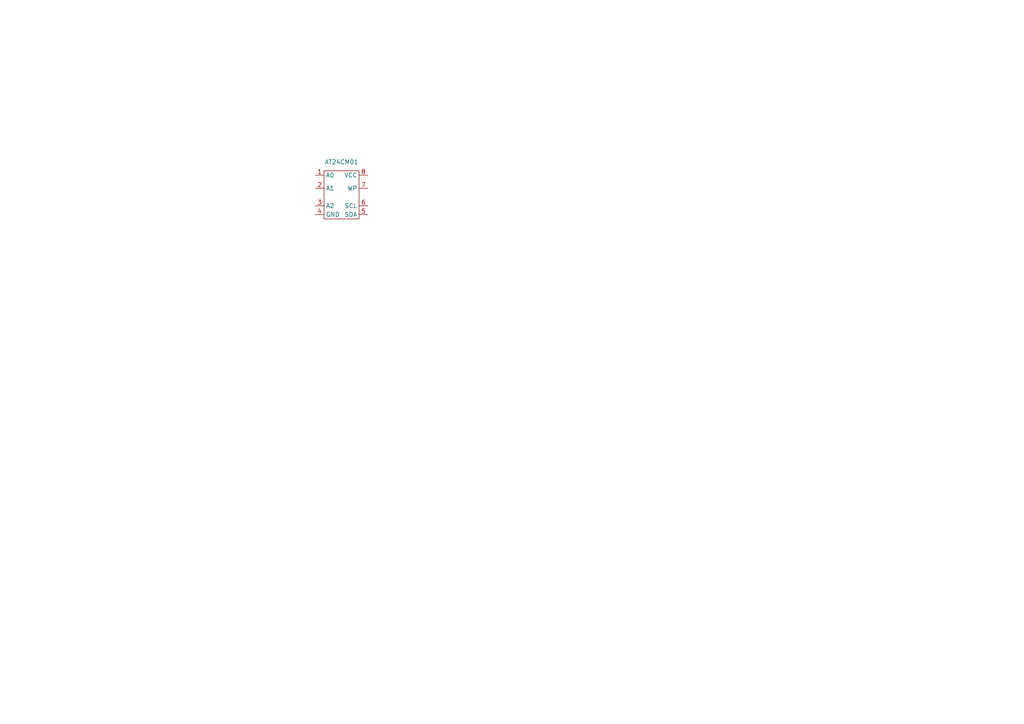
<source format=kicad_sch>
(kicad_sch (version 20250114) (generator "eeschema") (generator_version "9.0")
  (paper "A4")
  (lib_symbols
    (symbol "AT24CM01:AT24CM01"
      (symbol "AT24CM01_0_1"
        (rectangle (start -5.08 7.62) (end 5.08 -6.35))
      )
      (symbol "AT24CM01_1_1"
        (pin input line (at -7.62 6.35 0) (length 2.54) (name "A0") (number "1"))
        (pin input line (at -7.62 2.54 0) (length 2.54) (name "A1") (number "2"))
        (pin input line (at -7.62 -2.54 0) (length 2.54) (name "A2") (number "3"))
        (pin power_in line (at -7.62 -5.08 0) (length 2.54) (name "GND") (number "4"))
        (pin power_in line (at 7.62 6.35 180) (length 2.54) (name "VCC") (number "8"))
        (pin input line (at 7.62 2.54 180) (length 2.54) (name "WP") (number "7"))
        (pin input line (at 7.62 -2.54 180) (length 2.54) (name "SCL") (number "6"))
        (pin bidirectional line (at 7.62 -5.08 180) (length 2.54) (name "SDA") (number "5"))
      )
    )
  )
  (symbol (lib_id "AT24CM01:AT24CM01") (at 99.06 57.15 0) (unit 1)
    (property "Reference" "U1" (effects (hide yes)))
    (property "Value" "AT24CM01" (at 99.06 46.99 0))
    (property "Footprint" "AT24CM01 foot print:SOP8P65_300X640X120L60X24N" (effects (hide yes)))
    (property "Datasheet" "kicad-embed://AT24CM01-XHM-B_Microchip.pdf" (effects (hide yes)))
  )
)
</source>
